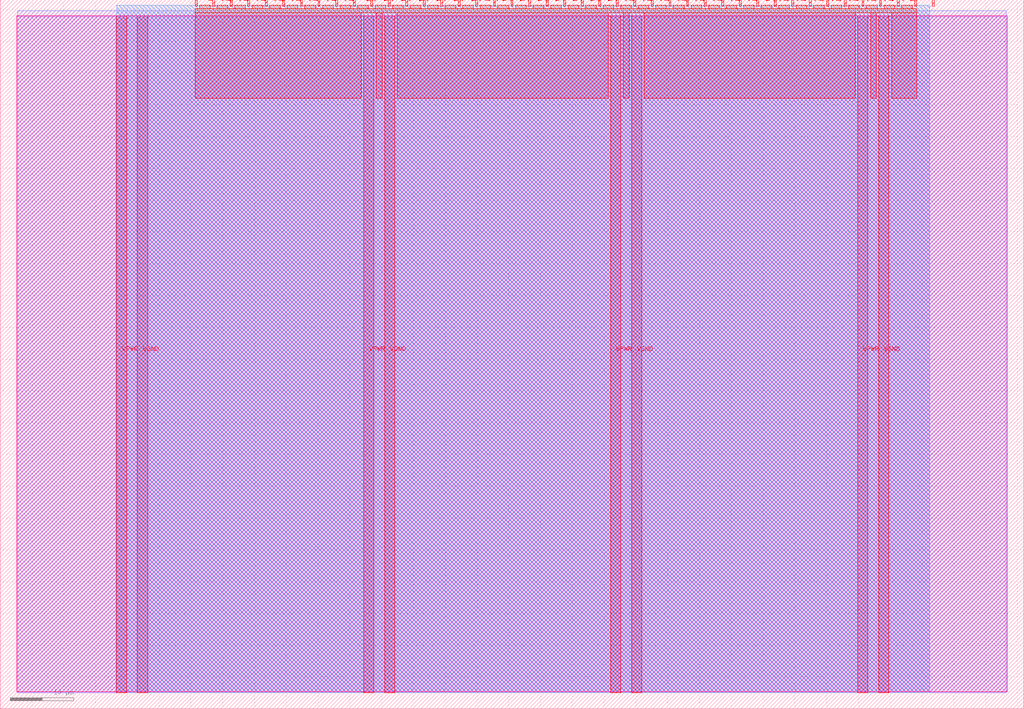
<source format=lef>
VERSION 5.7 ;
  NOWIREEXTENSIONATPIN ON ;
  DIVIDERCHAR "/" ;
  BUSBITCHARS "[]" ;
MACRO tt_um_dog_BILBO
  CLASS BLOCK ;
  FOREIGN tt_um_dog_BILBO ;
  ORIGIN 0.000 0.000 ;
  SIZE 161.000 BY 111.520 ;
  PIN VGND
    DIRECTION INOUT ;
    USE GROUND ;
    PORT
      LAYER met4 ;
        RECT 21.580 2.480 23.180 109.040 ;
    END
    PORT
      LAYER met4 ;
        RECT 60.450 2.480 62.050 109.040 ;
    END
    PORT
      LAYER met4 ;
        RECT 99.320 2.480 100.920 109.040 ;
    END
    PORT
      LAYER met4 ;
        RECT 138.190 2.480 139.790 109.040 ;
    END
  END VGND
  PIN VPWR
    DIRECTION INOUT ;
    USE POWER ;
    PORT
      LAYER met4 ;
        RECT 18.280 2.480 19.880 109.040 ;
    END
    PORT
      LAYER met4 ;
        RECT 57.150 2.480 58.750 109.040 ;
    END
    PORT
      LAYER met4 ;
        RECT 96.020 2.480 97.620 109.040 ;
    END
    PORT
      LAYER met4 ;
        RECT 134.890 2.480 136.490 109.040 ;
    END
  END VPWR
  PIN clk
    DIRECTION INPUT ;
    USE SIGNAL ;
    ANTENNAGATEAREA 0.852000 ;
    PORT
      LAYER met4 ;
        RECT 143.830 110.520 144.130 111.520 ;
    END
  END clk
  PIN ena
    DIRECTION INPUT ;
    USE SIGNAL ;
    PORT
      LAYER met4 ;
        RECT 146.590 110.520 146.890 111.520 ;
    END
  END ena
  PIN rst_n
    DIRECTION INPUT ;
    USE SIGNAL ;
    ANTENNAGATEAREA 0.159000 ;
    PORT
      LAYER met4 ;
        RECT 141.070 110.520 141.370 111.520 ;
    END
  END rst_n
  PIN ui_in[0]
    DIRECTION INPUT ;
    USE SIGNAL ;
    ANTENNAGATEAREA 0.213000 ;
    PORT
      LAYER met4 ;
        RECT 138.310 110.520 138.610 111.520 ;
    END
  END ui_in[0]
  PIN ui_in[1]
    DIRECTION INPUT ;
    USE SIGNAL ;
    ANTENNAGATEAREA 0.159000 ;
    PORT
      LAYER met4 ;
        RECT 135.550 110.520 135.850 111.520 ;
    END
  END ui_in[1]
  PIN ui_in[2]
    DIRECTION INPUT ;
    USE SIGNAL ;
    ANTENNAGATEAREA 0.196500 ;
    PORT
      LAYER met4 ;
        RECT 132.790 110.520 133.090 111.520 ;
    END
  END ui_in[2]
  PIN ui_in[3]
    DIRECTION INPUT ;
    USE SIGNAL ;
    PORT
      LAYER met4 ;
        RECT 130.030 110.520 130.330 111.520 ;
    END
  END ui_in[3]
  PIN ui_in[4]
    DIRECTION INPUT ;
    USE SIGNAL ;
    PORT
      LAYER met4 ;
        RECT 127.270 110.520 127.570 111.520 ;
    END
  END ui_in[4]
  PIN ui_in[5]
    DIRECTION INPUT ;
    USE SIGNAL ;
    PORT
      LAYER met4 ;
        RECT 124.510 110.520 124.810 111.520 ;
    END
  END ui_in[5]
  PIN ui_in[6]
    DIRECTION INPUT ;
    USE SIGNAL ;
    PORT
      LAYER met4 ;
        RECT 121.750 110.520 122.050 111.520 ;
    END
  END ui_in[6]
  PIN ui_in[7]
    DIRECTION INPUT ;
    USE SIGNAL ;
    PORT
      LAYER met4 ;
        RECT 118.990 110.520 119.290 111.520 ;
    END
  END ui_in[7]
  PIN uio_in[0]
    DIRECTION INPUT ;
    USE SIGNAL ;
    ANTENNAGATEAREA 0.196500 ;
    PORT
      LAYER met4 ;
        RECT 116.230 110.520 116.530 111.520 ;
    END
  END uio_in[0]
  PIN uio_in[1]
    DIRECTION INPUT ;
    USE SIGNAL ;
    ANTENNAGATEAREA 0.196500 ;
    PORT
      LAYER met4 ;
        RECT 113.470 110.520 113.770 111.520 ;
    END
  END uio_in[1]
  PIN uio_in[2]
    DIRECTION INPUT ;
    USE SIGNAL ;
    ANTENNAGATEAREA 0.196500 ;
    PORT
      LAYER met4 ;
        RECT 110.710 110.520 111.010 111.520 ;
    END
  END uio_in[2]
  PIN uio_in[3]
    DIRECTION INPUT ;
    USE SIGNAL ;
    ANTENNAGATEAREA 0.196500 ;
    PORT
      LAYER met4 ;
        RECT 107.950 110.520 108.250 111.520 ;
    END
  END uio_in[3]
  PIN uio_in[4]
    DIRECTION INPUT ;
    USE SIGNAL ;
    ANTENNAGATEAREA 0.196500 ;
    PORT
      LAYER met4 ;
        RECT 105.190 110.520 105.490 111.520 ;
    END
  END uio_in[4]
  PIN uio_in[5]
    DIRECTION INPUT ;
    USE SIGNAL ;
    ANTENNAGATEAREA 0.196500 ;
    PORT
      LAYER met4 ;
        RECT 102.430 110.520 102.730 111.520 ;
    END
  END uio_in[5]
  PIN uio_in[6]
    DIRECTION INPUT ;
    USE SIGNAL ;
    ANTENNAGATEAREA 0.196500 ;
    PORT
      LAYER met4 ;
        RECT 99.670 110.520 99.970 111.520 ;
    END
  END uio_in[6]
  PIN uio_in[7]
    DIRECTION INPUT ;
    USE SIGNAL ;
    ANTENNAGATEAREA 0.196500 ;
    PORT
      LAYER met4 ;
        RECT 96.910 110.520 97.210 111.520 ;
    END
  END uio_in[7]
  PIN uio_oe[0]
    DIRECTION OUTPUT ;
    USE SIGNAL ;
    PORT
      LAYER met4 ;
        RECT 49.990 110.520 50.290 111.520 ;
    END
  END uio_oe[0]
  PIN uio_oe[1]
    DIRECTION OUTPUT ;
    USE SIGNAL ;
    PORT
      LAYER met4 ;
        RECT 47.230 110.520 47.530 111.520 ;
    END
  END uio_oe[1]
  PIN uio_oe[2]
    DIRECTION OUTPUT ;
    USE SIGNAL ;
    PORT
      LAYER met4 ;
        RECT 44.470 110.520 44.770 111.520 ;
    END
  END uio_oe[2]
  PIN uio_oe[3]
    DIRECTION OUTPUT ;
    USE SIGNAL ;
    PORT
      LAYER met4 ;
        RECT 41.710 110.520 42.010 111.520 ;
    END
  END uio_oe[3]
  PIN uio_oe[4]
    DIRECTION OUTPUT ;
    USE SIGNAL ;
    PORT
      LAYER met4 ;
        RECT 38.950 110.520 39.250 111.520 ;
    END
  END uio_oe[4]
  PIN uio_oe[5]
    DIRECTION OUTPUT ;
    USE SIGNAL ;
    PORT
      LAYER met4 ;
        RECT 36.190 110.520 36.490 111.520 ;
    END
  END uio_oe[5]
  PIN uio_oe[6]
    DIRECTION OUTPUT ;
    USE SIGNAL ;
    PORT
      LAYER met4 ;
        RECT 33.430 110.520 33.730 111.520 ;
    END
  END uio_oe[6]
  PIN uio_oe[7]
    DIRECTION OUTPUT ;
    USE SIGNAL ;
    PORT
      LAYER met4 ;
        RECT 30.670 110.520 30.970 111.520 ;
    END
  END uio_oe[7]
  PIN uio_out[0]
    DIRECTION OUTPUT ;
    USE SIGNAL ;
    ANTENNADIFFAREA 0.795200 ;
    PORT
      LAYER met4 ;
        RECT 72.070 110.520 72.370 111.520 ;
    END
  END uio_out[0]
  PIN uio_out[1]
    DIRECTION OUTPUT ;
    USE SIGNAL ;
    ANTENNADIFFAREA 0.795200 ;
    PORT
      LAYER met4 ;
        RECT 69.310 110.520 69.610 111.520 ;
    END
  END uio_out[1]
  PIN uio_out[2]
    DIRECTION OUTPUT ;
    USE SIGNAL ;
    ANTENNADIFFAREA 0.795200 ;
    PORT
      LAYER met4 ;
        RECT 66.550 110.520 66.850 111.520 ;
    END
  END uio_out[2]
  PIN uio_out[3]
    DIRECTION OUTPUT ;
    USE SIGNAL ;
    ANTENNADIFFAREA 0.445500 ;
    PORT
      LAYER met4 ;
        RECT 63.790 110.520 64.090 111.520 ;
    END
  END uio_out[3]
  PIN uio_out[4]
    DIRECTION OUTPUT ;
    USE SIGNAL ;
    ANTENNADIFFAREA 0.445500 ;
    PORT
      LAYER met4 ;
        RECT 61.030 110.520 61.330 111.520 ;
    END
  END uio_out[4]
  PIN uio_out[5]
    DIRECTION OUTPUT ;
    USE SIGNAL ;
    ANTENNADIFFAREA 0.445500 ;
    PORT
      LAYER met4 ;
        RECT 58.270 110.520 58.570 111.520 ;
    END
  END uio_out[5]
  PIN uio_out[6]
    DIRECTION OUTPUT ;
    USE SIGNAL ;
    ANTENNADIFFAREA 0.445500 ;
    PORT
      LAYER met4 ;
        RECT 55.510 110.520 55.810 111.520 ;
    END
  END uio_out[6]
  PIN uio_out[7]
    DIRECTION OUTPUT ;
    USE SIGNAL ;
    ANTENNADIFFAREA 0.445500 ;
    PORT
      LAYER met4 ;
        RECT 52.750 110.520 53.050 111.520 ;
    END
  END uio_out[7]
  PIN uo_out[0]
    DIRECTION OUTPUT ;
    USE SIGNAL ;
    PORT
      LAYER met4 ;
        RECT 94.150 110.520 94.450 111.520 ;
    END
  END uo_out[0]
  PIN uo_out[1]
    DIRECTION OUTPUT ;
    USE SIGNAL ;
    PORT
      LAYER met4 ;
        RECT 91.390 110.520 91.690 111.520 ;
    END
  END uo_out[1]
  PIN uo_out[2]
    DIRECTION OUTPUT ;
    USE SIGNAL ;
    PORT
      LAYER met4 ;
        RECT 88.630 110.520 88.930 111.520 ;
    END
  END uo_out[2]
  PIN uo_out[3]
    DIRECTION OUTPUT ;
    USE SIGNAL ;
    PORT
      LAYER met4 ;
        RECT 85.870 110.520 86.170 111.520 ;
    END
  END uo_out[3]
  PIN uo_out[4]
    DIRECTION OUTPUT ;
    USE SIGNAL ;
    PORT
      LAYER met4 ;
        RECT 83.110 110.520 83.410 111.520 ;
    END
  END uo_out[4]
  PIN uo_out[5]
    DIRECTION OUTPUT ;
    USE SIGNAL ;
    PORT
      LAYER met4 ;
        RECT 80.350 110.520 80.650 111.520 ;
    END
  END uo_out[5]
  PIN uo_out[6]
    DIRECTION OUTPUT ;
    USE SIGNAL ;
    PORT
      LAYER met4 ;
        RECT 77.590 110.520 77.890 111.520 ;
    END
  END uo_out[6]
  PIN uo_out[7]
    DIRECTION OUTPUT ;
    USE SIGNAL ;
    ANTENNADIFFAREA 0.795200 ;
    PORT
      LAYER met4 ;
        RECT 74.830 110.520 75.130 111.520 ;
    END
  END uo_out[7]
  OBS
      LAYER nwell ;
        RECT 2.570 2.635 158.430 108.990 ;
      LAYER li1 ;
        RECT 2.760 2.635 158.240 108.885 ;
      LAYER met1 ;
        RECT 2.760 2.480 158.240 109.780 ;
      LAYER met2 ;
        RECT 18.310 2.535 146.190 110.685 ;
      LAYER met3 ;
        RECT 18.290 2.555 146.215 110.665 ;
      LAYER met4 ;
        RECT 31.370 110.120 33.030 110.665 ;
        RECT 34.130 110.120 35.790 110.665 ;
        RECT 36.890 110.120 38.550 110.665 ;
        RECT 39.650 110.120 41.310 110.665 ;
        RECT 42.410 110.120 44.070 110.665 ;
        RECT 45.170 110.120 46.830 110.665 ;
        RECT 47.930 110.120 49.590 110.665 ;
        RECT 50.690 110.120 52.350 110.665 ;
        RECT 53.450 110.120 55.110 110.665 ;
        RECT 56.210 110.120 57.870 110.665 ;
        RECT 58.970 110.120 60.630 110.665 ;
        RECT 61.730 110.120 63.390 110.665 ;
        RECT 64.490 110.120 66.150 110.665 ;
        RECT 67.250 110.120 68.910 110.665 ;
        RECT 70.010 110.120 71.670 110.665 ;
        RECT 72.770 110.120 74.430 110.665 ;
        RECT 75.530 110.120 77.190 110.665 ;
        RECT 78.290 110.120 79.950 110.665 ;
        RECT 81.050 110.120 82.710 110.665 ;
        RECT 83.810 110.120 85.470 110.665 ;
        RECT 86.570 110.120 88.230 110.665 ;
        RECT 89.330 110.120 90.990 110.665 ;
        RECT 92.090 110.120 93.750 110.665 ;
        RECT 94.850 110.120 96.510 110.665 ;
        RECT 97.610 110.120 99.270 110.665 ;
        RECT 100.370 110.120 102.030 110.665 ;
        RECT 103.130 110.120 104.790 110.665 ;
        RECT 105.890 110.120 107.550 110.665 ;
        RECT 108.650 110.120 110.310 110.665 ;
        RECT 111.410 110.120 113.070 110.665 ;
        RECT 114.170 110.120 115.830 110.665 ;
        RECT 116.930 110.120 118.590 110.665 ;
        RECT 119.690 110.120 121.350 110.665 ;
        RECT 122.450 110.120 124.110 110.665 ;
        RECT 125.210 110.120 126.870 110.665 ;
        RECT 127.970 110.120 129.630 110.665 ;
        RECT 130.730 110.120 132.390 110.665 ;
        RECT 133.490 110.120 135.150 110.665 ;
        RECT 136.250 110.120 137.910 110.665 ;
        RECT 139.010 110.120 140.670 110.665 ;
        RECT 141.770 110.120 143.430 110.665 ;
        RECT 30.655 109.440 144.145 110.120 ;
        RECT 30.655 96.055 56.750 109.440 ;
        RECT 59.150 96.055 60.050 109.440 ;
        RECT 62.450 96.055 95.620 109.440 ;
        RECT 98.020 96.055 98.920 109.440 ;
        RECT 101.320 96.055 134.490 109.440 ;
        RECT 136.890 96.055 137.790 109.440 ;
        RECT 140.190 96.055 144.145 109.440 ;
  END
END tt_um_dog_BILBO
END LIBRARY


</source>
